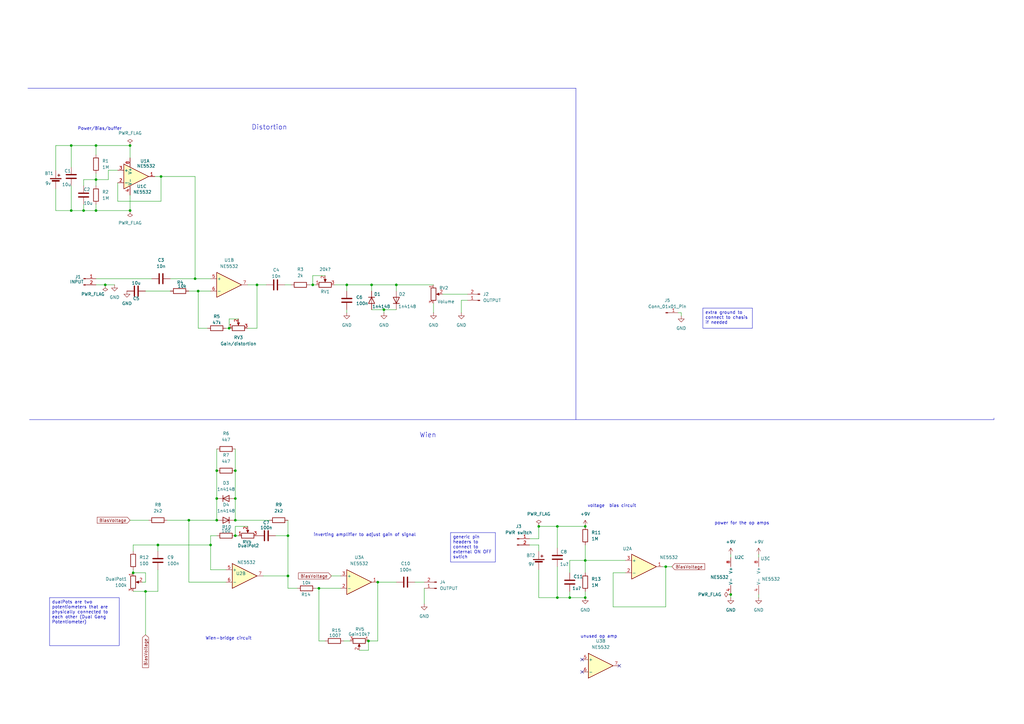
<source format=kicad_sch>
(kicad_sch (version 20231120) (generator "eeschema") (generator_version "8.0")
  (paper "A3")
  (lib_symbols
    (symbol "Amplifier_Operational:NE5532" (pin_names (offset 0.127))
      (property "Reference" "U" (at 0 5.08 0))
      (property "Value" "NE5532" (at 0 -5.08 0))
      (symbol "NE5532_1_1"
        (polyline (pts (xy -5.08 5.08) (xy 5.08 0) (xy -5.08 -5.08) (xy -5.08 5.08)) (stroke (width 0.254)) (fill (type background)))
        (pin output line (at 7.62 0 180) (length 2.54) (name "~") (number "1"))
        (pin input line (at -7.62 -2.54 0) (length 2.54) (name "-") (number "2"))
        (pin input line (at -7.62 2.54 0) (length 2.54) (name "+") (number "3"))
      )
      (symbol "NE5532_2_1"
        (polyline (pts (xy -5.08 5.08) (xy 5.08 0) (xy -5.08 -5.08) (xy -5.08 5.08)) (stroke (width 0.254)) (fill (type background)))
        (pin input line (at -7.62 2.54 0) (length 2.54) (name "+") (number "5"))
        (pin input line (at -7.62 -2.54 0) (length 2.54) (name "-") (number "6"))
        (pin output line (at 7.62 0 180) (length 2.54) (name "~") (number "7"))
      )
      (symbol "NE5532_3_1"
        (pin power_in line (at -2.54 -7.62 90) (length 3.81) (name "V-") (number "4"))
        (pin power_in line (at -2.54 7.62 270) (length 3.81) (name "V+") (number "8"))
      )
    )
    (symbol "Connector:Conn_01x01_Pin" (pin_names (offset 1.016) hide)
      (property "Reference" "J" (at 0 2.54 0))
      (property "Value" "Conn_01x01_Pin" (at 0 -2.54 0))
      (symbol "Conn_01x01_Pin_1_1"
        (polyline (pts (xy 1.27 0) (xy 0.8636 0)) (stroke (width 0.1524)))
        (rectangle (start 0.8636 0.127) (end 0 -0.127) (stroke (width 0.1524)) (fill (type outline)))
        (pin passive line (at 5.08 0 180) (length 3.81) (name "Pin_1") (number "1"))
      )
    )
    (symbol "Connector:Conn_01x02_Pin" (pin_names (offset 1.016) hide)
      (property "Reference" "J" (at 0 2.54 0))
      (property "Value" "Conn_01x02_Pin" (at 0 -5.08 0))
      (symbol "Conn_01x02_Pin_1_1"
        (polyline (pts (xy 1.27 -2.54) (xy 0.8636 -2.54)) (stroke (width 0.1524)))
        (polyline (pts (xy 1.27 0) (xy 0.8636 0)) (stroke (width 0.1524)))
        (rectangle (start 0.8636 -2.413) (end 0 -2.667) (stroke (width 0.1524)) (fill (type outline)))
        (rectangle (start 0.8636 0.127) (end 0 -0.127) (stroke (width 0.1524)) (fill (type outline)))
        (pin passive line (at 5.08 0 180) (length 3.81) (name "Pin_1") (number "1"))
        (pin passive line (at 5.08 -2.54 180) (length 3.81) (name "Pin_2") (number "2"))
      )
    )
    (symbol "Device:Battery_Cell" (pin_numbers hide) (pin_names (offset 0) hide)
      (property "Reference" "BT" (at 2.54 2.54 0))
      (property "Value" "Battery_Cell" (at 2.54 0 0))
      (symbol "Battery_Cell_0_1"
        (rectangle (start -2.286 1.778) (end 2.286 1.524) (fill (type outline)))
        (rectangle (start -1.524 1.016) (end 1.524 0.508) (fill (type outline)))
        (polyline (pts (xy 0 0.762) (xy 0 0)))
        (polyline (pts (xy 0 1.778) (xy 0 2.54)))
        (polyline (pts (xy 0.762 3.048) (xy 1.778 3.048)) (stroke (width 0.254)))
        (polyline (pts (xy 1.27 3.556) (xy 1.27 2.54)) (stroke (width 0.254)))
      )
      (symbol "Battery_Cell_1_1"
        (pin passive line (at 0 5.08 270) (length 2.54) (name "+") (number "1"))
        (pin passive line (at 0 -2.54 90) (length 2.54) (name "-") (number "2"))
      )
    )
    (symbol "Device:C" (pin_numbers hide) (pin_names (offset 0.254))
      (property "Reference" "C" (at 0.635 2.54 0))
      (property "Value" "C" (at 0.635 -2.54 0))
      (symbol "C_0_1"
        (polyline (pts (xy -2.032 -0.762) (xy 2.032 -0.762)) (stroke (width 0.508)))
        (polyline (pts (xy -2.032 0.762) (xy 2.032 0.762)) (stroke (width 0.508)))
      )
      (symbol "C_1_1"
        (pin passive line (at 0 3.81 270) (length 2.794) (name "~") (number "1"))
        (pin passive line (at 0 -3.81 90) (length 2.794) (name "~") (number "2"))
      )
    )
    (symbol "Device:D" (pin_numbers hide) (pin_names (offset 1.016) hide)
      (property "Reference" "D" (at 0 2.54 0))
      (property "Value" "D" (at 0 -2.54 0))
      (symbol "D_0_1"
        (polyline (pts (xy -1.27 1.27) (xy -1.27 -1.27)) (stroke (width 0.254)))
        (polyline (pts (xy 1.27 0) (xy -1.27 0)))
        (polyline (pts (xy 1.27 1.27) (xy 1.27 -1.27) (xy -1.27 0) (xy 1.27 1.27)) (stroke (width 0.254)))
      )
      (symbol "D_1_1"
        (pin passive line (at -3.81 0 0) (length 2.54) (name "K") (number "1"))
        (pin passive line (at 3.81 0 180) (length 2.54) (name "A") (number "2"))
      )
    )
    (symbol "Device:R" (pin_numbers hide) (pin_names (offset 0))
      (property "Reference" "R" (at 2.032 0 90))
      (property "Value" "R" (at 0 0 90))
      (symbol "R_0_1"
        (rectangle (start -1.016 -2.54) (end 1.016 2.54) (stroke (width 0.254)))
      )
      (symbol "R_1_1"
        (pin passive line (at 0 3.81 270) (length 1.27) (name "~") (number "1"))
        (pin passive line (at 0 -3.81 90) (length 1.27) (name "~") (number "2"))
      )
    )
    (symbol "Device:R_Potentiometer" (pin_names (offset 1.016) hide)
      (property "Reference" "RV" (at -4.445 0 90))
      (property "Value" "R_Potentiometer" (at -2.54 0 90))
      (symbol "R_Potentiometer_0_1"
        (polyline (pts (xy 2.54 0) (xy 1.524 0)))
        (polyline (pts (xy 1.143 0) (xy 2.286 0.508) (xy 2.286 -0.508) (xy 1.143 0)) (fill (type outline)))
        (rectangle (start 1.016 2.54) (end -1.016 -2.54) (stroke (width 0.254)))
      )
      (symbol "R_Potentiometer_1_1"
        (pin passive line (at 0 3.81 270) (length 1.27) (name "1") (number "1"))
        (pin passive line (at 3.81 0 180) (length 1.27) (name "2") (number "2"))
        (pin passive line (at 0 -3.81 90) (length 1.27) (name "3") (number "3"))
      )
    )
    (symbol "power:+9V" (power) (pin_numbers hide) (pin_names (offset 0) hide)
      (property "Value" "+9V" (at 0 3.556 0))
      (symbol "+9V_0_1"
        (polyline (pts (xy -0.762 1.27) (xy 0 2.54)))
        (polyline (pts (xy 0 0) (xy 0 2.54)))
        (polyline (pts (xy 0 2.54) (xy 0.762 1.27)))
      )
      (symbol "+9V_1_1"
        (pin power_in line (at 0 0 90) (length 0) (name "~") (number "1"))
      )
    )
    (symbol "power:GND" (power) (pin_numbers hide) (pin_names (offset 0) hide)
      (property "Value" "GND" (at 0 -3.81 0))
      (symbol "GND_0_1"
        (polyline (pts (xy 0 0) (xy 0 -1.27) (xy 1.27 -1.27) (xy 0 -2.54) (xy -1.27 -1.27) (xy 0 -1.27)))
      )
      (symbol "GND_1_1"
        (pin power_in line (at 0 0 270) (length 0) (name "~") (number "1"))
      )
    )
    (symbol "power:PWR_FLAG" (power) (pin_numbers hide) (pin_names (offset 0) hide)
      (property "Value" "PWR_FLAG" (at 0 3.81 0))
      (symbol "PWR_FLAG_0_0"
        (pin power_out line (at 0 0 90) (length 0) (name "~") (number "1"))
      )
      (symbol "PWR_FLAG_0_1"
        (polyline (pts (xy 0 0) (xy 0 1.27) (xy -1.016 1.905) (xy 0 2.54) (xy 1.016 1.905) (xy 0 1.27)))
      )
    )
  )
  (junction (at 96.52 213.36))
  (junction (at 118.11 236.22))
  (junction (at 86.36 223.52))
  (junction (at 43.18 116.84))
  (junction (at 299.72 243.84))
  (junction (at 162.56 116.84))
  (junction (at 128.27 116.84))
  (junction (at 233.68 245.11))
  (junction (at 53.34 59.69))
  (junction (at 118.11 219.71))
  (junction (at 130.81 241.3))
  (junction (at 39.37 86.36))
  (junction (at 96.52 204.47))
  (junction (at 34.29 86.36))
  (junction (at 39.37 59.69))
  (junction (at 53.34 86.36))
  (junction (at 88.9 204.47))
  (junction (at 64.77 223.52))
  (junction (at 88.9 213.36))
  (junction (at 29.21 86.36))
  (junction (at 228.6 215.9))
  (junction (at 29.21 59.69))
  (junction (at 228.6 245.11))
  (junction (at 93.98 134.62))
  (junction (at 66.04 72.39))
  (junction (at 152.4 116.84))
  (junction (at 88.9 193.04))
  (junction (at 157.48 127))
  (junction (at 240.03 215.9))
  (junction (at 151.13 262.89))
  (junction (at 96.52 219.71))
  (junction (at 59.69 242.57))
  (junction (at 39.37 73.66))
  (junction (at 54.61 234.95))
  (junction (at 77.47 213.36))
  (junction (at 273.05 232.41))
  (junction (at 240.03 229.87))
  (junction (at 105.41 116.84))
  (junction (at 142.24 116.84))
  (junction (at 96.52 193.04))
  (junction (at 220.98 215.9))
  (junction (at 81.28 119.38))
  (junction (at 154.94 238.76))
  (junction (at 240.03 245.11))
  (junction (at 80.01 114.3))
  (no_connect (at 254 273.05))
  (no_connect (at 238.76 275.59))
  (no_connect (at 238.76 270.51))
  (wire (pts (xy 189.23 128.27) (xy 189.23 123.19)))
  (wire (pts (xy 34.29 86.36) (xy 34.29 83.82)))
  (wire (pts (xy 105.41 116.84) (xy 101.6 116.84)))
  (wire (pts (xy 233.68 242.57) (xy 233.68 245.11)))
  (wire (pts (xy 88.9 193.04) (xy 88.9 204.47)))
  (wire (pts (xy 105.41 116.84) (xy 109.22 116.84)))
  (wire (pts (xy 39.37 59.69) (xy 53.34 59.69)))
  (wire (pts (xy 96.52 184.15) (xy 96.52 193.04)))
  (wire (pts (xy 68.58 213.36) (xy 77.47 213.36)))
  (wire (pts (xy 97.79 130.81) (xy 93.98 130.81)))
  (wire (pts (xy 173.99 247.65) (xy 173.99 241.3)))
  (wire (pts (xy 64.77 242.57) (xy 64.77 233.68)))
  (wire (pts (xy 39.37 86.36) (xy 39.37 83.82)))
  (wire (pts (xy 39.37 71.12) (xy 39.37 73.66)))
  (wire (pts (xy 251.46 248.92) (xy 273.05 248.92)))
  (wire (pts (xy 299.72 227.33) (xy 299.72 228.6)))
  (wire (pts (xy 88.9 184.15) (xy 88.9 193.04)))
  (wire (pts (xy 86.36 219.71) (xy 88.9 219.71)))
  (wire (pts (xy 128.27 116.84) (xy 129.54 116.84)))
  (wire (pts (xy 96.52 204.47) (xy 96.52 213.36)))
  (polyline (pts (xy 11.43 36.195) (xy 236.22 36.195)))
  (wire (pts (xy 54.61 233.68) (xy 54.61 234.95)))
  (wire (pts (xy 151.13 266.7) (xy 151.13 262.89)))
  (wire (pts (xy 127 116.84) (xy 128.27 116.84)))
  (wire (pts (xy 64.77 223.52) (xy 64.77 226.06)))
  (wire (pts (xy 233.68 229.87) (xy 240.03 229.87)))
  (wire (pts (xy 128.27 113.03) (xy 128.27 116.84)))
  (wire (pts (xy 152.4 116.84) (xy 162.56 116.84)))
  (wire (pts (xy 85.09 134.62) (xy 81.28 134.62)))
  (wire (pts (xy 53.34 59.69) (xy 53.34 64.77)))
  (wire (pts (xy 279.4 128.27) (xy 278.13 128.27)))
  (wire (pts (xy 151.13 262.89) (xy 154.94 262.89)))
  (wire (pts (xy 273.05 232.41) (xy 273.05 248.92)))
  (wire (pts (xy 101.6 215.9) (xy 96.52 215.9)))
  (wire (pts (xy 189.23 123.19) (xy 191.77 123.19)))
  (wire (pts (xy 96.52 215.9) (xy 96.52 219.71)))
  (wire (pts (xy 118.11 219.71) (xy 118.11 236.22)))
  (wire (pts (xy 22.86 86.36) (xy 29.21 86.36)))
  (polyline (pts (xy 12.065 172.085) (xy 407.67 172.085)))
  (wire (pts (xy 105.41 134.62) (xy 105.41 116.84)))
  (wire (pts (xy 181.61 120.65) (xy 191.77 120.65)))
  (wire (pts (xy 311.15 243.84) (xy 311.15 245.11)))
  (wire (pts (xy 129.54 241.3) (xy 130.81 241.3)))
  (wire (pts (xy 240.03 242.57) (xy 240.03 245.11)))
  (wire (pts (xy 311.15 227.33) (xy 311.15 228.6)))
  (wire (pts (xy 39.37 116.84) (xy 43.18 116.84)))
  (wire (pts (xy 58.42 238.76) (xy 59.69 238.76)))
  (wire (pts (xy 113.03 219.71) (xy 118.11 219.71)))
  (wire (pts (xy 29.21 59.69) (xy 39.37 59.69)))
  (wire (pts (xy 233.68 245.11) (xy 240.03 245.11)))
  (wire (pts (xy 135.89 236.22) (xy 139.7 236.22)))
  (wire (pts (xy 170.18 238.76) (xy 173.99 238.76)))
  (wire (pts (xy 39.37 86.36) (xy 53.34 86.36)))
  (wire (pts (xy 80.01 114.3) (xy 86.36 114.3)))
  (wire (pts (xy 177.8 124.46) (xy 177.8 128.27)))
  (wire (pts (xy 22.86 77.47) (xy 22.86 86.36)))
  (polyline (pts (xy 236.22 36.195) (xy 236.22 172.085)))
  (wire (pts (xy 29.21 59.69) (xy 22.86 59.69)))
  (wire (pts (xy 137.16 116.84) (xy 142.24 116.84)))
  (wire (pts (xy 133.35 113.03) (xy 128.27 113.03)))
  (wire (pts (xy 66.04 82.55) (xy 66.04 72.39)))
  (wire (pts (xy 130.81 241.3) (xy 130.81 262.89)))
  (wire (pts (xy 142.24 116.84) (xy 152.4 116.84)))
  (wire (pts (xy 116.84 116.84) (xy 119.38 116.84)))
  (wire (pts (xy 29.21 86.36) (xy 34.29 86.36)))
  (wire (pts (xy 22.86 59.69) (xy 22.86 69.85)))
  (wire (pts (xy 96.52 193.04) (xy 96.52 204.47)))
  (wire (pts (xy 162.56 116.84) (xy 177.8 116.84)))
  (wire (pts (xy 86.36 219.71) (xy 86.36 223.52)))
  (wire (pts (xy 154.94 238.76) (xy 154.94 262.89)))
  (wire (pts (xy 240.03 229.87) (xy 240.03 234.95)))
  (wire (pts (xy 39.37 73.66) (xy 44.45 73.66)))
  (wire (pts (xy 48.26 74.93) (xy 48.26 82.55)))
  (wire (pts (xy 59.69 238.76) (xy 59.69 234.95)))
  (wire (pts (xy 54.61 242.57) (xy 59.69 242.57)))
  (wire (pts (xy 34.29 86.36) (xy 39.37 86.36)))
  (wire (pts (xy 220.98 220.98) (xy 220.98 215.9)))
  (wire (pts (xy 93.98 130.81) (xy 93.98 134.62)))
  (wire (pts (xy 88.9 204.47) (xy 88.9 213.36)))
  (wire (pts (xy 81.28 119.38) (xy 86.36 119.38)))
  (wire (pts (xy 62.23 114.3) (xy 39.37 114.3)))
  (wire (pts (xy 77.47 213.36) (xy 77.47 238.76)))
  (wire (pts (xy 118.11 213.36) (xy 118.11 219.71)))
  (wire (pts (xy 29.21 76.2) (xy 29.21 86.36)))
  (wire (pts (xy 66.04 72.39) (xy 63.5 72.39)))
  (wire (pts (xy 59.69 242.57) (xy 64.77 242.57)))
  (wire (pts (xy 157.48 127) (xy 162.56 127)))
  (wire (pts (xy 299.72 243.84) (xy 299.72 245.11)))
  (wire (pts (xy 130.81 241.3) (xy 139.7 241.3)))
  (wire (pts (xy 273.05 232.41) (xy 275.59 232.41)))
  (wire (pts (xy 44.45 69.85) (xy 48.26 69.85)))
  (wire (pts (xy 96.52 219.71) (xy 97.79 219.71)))
  (wire (pts (xy 92.71 134.62) (xy 93.98 134.62)))
  (wire (pts (xy 142.24 116.84) (xy 142.24 119.38)))
  (wire (pts (xy 228.6 215.9) (xy 228.6 224.79)))
  (wire (pts (xy 39.37 63.5) (xy 39.37 59.69)))
  (wire (pts (xy 154.94 238.76) (xy 162.56 238.76)))
  (wire (pts (xy 80.01 72.39) (xy 80.01 114.3)))
  (wire (pts (xy 271.78 232.41) (xy 273.05 232.41)))
  (wire (pts (xy 162.56 119.38) (xy 162.56 116.84)))
  (wire (pts (xy 48.26 82.55) (xy 66.04 82.55)))
  (wire (pts (xy 77.47 119.38) (xy 81.28 119.38)))
  (wire (pts (xy 54.61 223.52) (xy 54.61 226.06)))
  (wire (pts (xy 66.04 72.39) (xy 80.01 72.39)))
  (wire (pts (xy 228.6 245.11) (xy 233.68 245.11)))
  (wire (pts (xy 53.34 213.36) (xy 60.96 213.36)))
  (wire (pts (xy 59.69 119.38) (xy 69.85 119.38)))
  (wire (pts (xy 240.03 223.52) (xy 240.03 229.87)))
  (wire (pts (xy 130.81 262.89) (xy 133.35 262.89)))
  (wire (pts (xy 240.03 229.87) (xy 256.54 229.87)))
  (wire (pts (xy 54.61 234.95) (xy 59.69 234.95)))
  (wire (pts (xy 142.24 127) (xy 142.24 128.27)))
  (wire (pts (xy 101.6 134.62) (xy 105.41 134.62)))
  (wire (pts (xy 217.17 220.98) (xy 220.98 220.98)))
  (wire (pts (xy 44.45 73.66) (xy 44.45 69.85)))
  (wire (pts (xy 69.85 114.3) (xy 80.01 114.3)))
  (wire (pts (xy 34.29 73.66) (xy 39.37 73.66)))
  (wire (pts (xy 228.6 215.9) (xy 240.03 215.9)))
  (wire (pts (xy 157.48 127) (xy 157.48 128.27)))
  (wire (pts (xy 147.32 266.7) (xy 151.13 266.7)))
  (wire (pts (xy 77.47 213.36) (xy 88.9 213.36)))
  (wire (pts (xy 118.11 236.22) (xy 118.11 241.3)))
  (wire (pts (xy 220.98 233.68) (xy 220.98 245.11)))
  (wire (pts (xy 251.46 234.95) (xy 251.46 248.92)))
  (wire (pts (xy 34.29 73.66) (xy 34.29 76.2)))
  (wire (pts (xy 220.98 215.9) (xy 228.6 215.9)))
  (wire (pts (xy 118.11 241.3) (xy 121.92 241.3)))
  (wire (pts (xy 140.97 262.89) (xy 143.51 262.89)))
  (polyline (pts (xy 407.67 171.45) (xy 407.67 172.085)))
  (wire (pts (xy 81.28 134.62) (xy 81.28 119.38)))
  (wire (pts (xy 152.4 119.38) (xy 152.4 116.84)))
  (wire (pts (xy 279.4 129.54) (xy 279.4 128.27)))
  (wire (pts (xy 220.98 245.11) (xy 228.6 245.11)))
  (wire (pts (xy 92.71 233.68) (xy 86.36 233.68)))
  (wire (pts (xy 29.21 59.69) (xy 29.21 68.58)))
  (wire (pts (xy 59.69 242.57) (xy 59.69 260.35)))
  (wire (pts (xy 86.36 233.68) (xy 86.36 223.52)))
  (wire (pts (xy 220.98 223.52) (xy 220.98 226.06)))
  (wire (pts (xy 157.48 127) (xy 152.4 127)))
  (wire (pts (xy 233.68 234.95) (xy 233.68 229.87)))
  (wire (pts (xy 86.36 223.52) (xy 64.77 223.52)))
  (wire (pts (xy 228.6 232.41) (xy 228.6 245.11)))
  (wire (pts (xy 46.99 116.84) (xy 43.18 116.84)))
  (wire (pts (xy 96.52 213.36) (xy 110.49 213.36)))
  (wire (pts (xy 64.77 223.52) (xy 54.61 223.52)))
  (wire (pts (xy 77.47 238.76) (xy 92.71 238.76)))
  (wire (pts (xy 217.17 223.52) (xy 220.98 223.52)))
  (wire (pts (xy 251.46 234.95) (xy 256.54 234.95)))
  (wire (pts (xy 107.95 236.22) (xy 118.11 236.22)))
  (wire (pts (xy 39.37 73.66) (xy 39.37 76.2)))
  (wire (pts (xy 53.34 86.36) (xy 53.34 80.01)))
  (text_box "extra ground to connect to chasis if needed" (at 288.29 126.365 0) (size 20.32 8.255) (effects (font (size 1.27 1.27)) (justify left top)))
  (text_box "dualPots are two potentiometers that are physically connected to each other (Dual Gang Potentiometer)\n" (at 20.32 245.11 0) (size 28.575 19.685) (effects (font (size 1.27 1.27)) (justify left top)))
  (text_box "generic pin headers to connect to external ON OFF swtich" (at 184.785 218.44 0) (size 18.415 12.065) (effects (font (size 1.27 1.27)) (justify left top)))
  (text "unused op amp" (at 245.618 261.112 0) (effects (font (size 1.27 1.27))))
  (text "power for the op amps" (at 304.292 214.63 0) (effects (font (size 1.27 1.27))))
  (text "Distortion" (at 110.49 52.324 0) (effects (font (size 2 2))))
  (text "Wien-bridge circuit" (at 93.726 261.874 0) (effects (font (size 1.27 1.27))))
  (text "Power/Bias/buffer" (at 40.894 52.832 0) (effects (font (size 1.27 1.27))))
  (text "voltage  bias circuit \n" (at 251.46 207.518 0) (effects (font (size 1.27 1.27))))
  (text "inverting amplifier to adjust gain of signal\n" (at 149.606 219.456 0) (effects (font (size 1.27 1.27))))
  (text "Wien" (at 175.514 178.562 0) (effects (font (size 2 2))))
  (global_label "BiasVoltage" (shape input) (at 135.89 236.22 180) (property "Intersheetrefs" "${INTERSHEET_REFS}" (effects (hide yes))))
  (global_label "BiasVoltage" (shape input) (at 275.59 232.41 0) (property "Intersheetrefs" "${INTERSHEET_REFS}" (effects (hide yes))))
  (global_label "BiasVoltage" (shape input) (at 59.69 260.35 270) (property "Intersheetrefs" "${INTERSHEET_REFS}" (effects (hide yes))))
  (global_label "BiasVoltage" (shape input) (at 53.34 213.36 180) (property "Intersheetrefs" "${INTERSHEET_REFS}" (effects (hide yes))))
  (symbol (lib_id "Device:D") (at 92.71 213.36 180) (unit 1)
    (property "Reference" "D4" (at 92.71 207.01 0))
    (property "Value" "1n4148" (at 92.71 209.55 0))
    (property "Footprint" "Diode_SMD:D_0603_1608Metric_Pad1.05x0.95mm_HandSolder" (effects (hide yes)))
    (property "Description" "Diode" (effects (hide yes)))
    (property "Sim.Device" "D" (effects (hide yes)))
    (property "Sim.Pins" "1=K 2=A" (effects (hide yes)))
  )
  (symbol (lib_id "Device:R") (at 125.73 241.3 90) (unit 1)
    (property "Reference" "R14" (at 125.476 243.84 90))
    (property "Value" "10k" (at 125.73 239.014 90))
    (property "Footprint" "Resistor_SMD:R_0603_1608Metric_Pad0.98x0.95mm_HandSolder" (effects (hide yes)))
    (property "Description" "Resistor" (effects (hide yes)))
  )
  (symbol (lib_id "power:GND") (at 157.48 128.27 0) (unit 1)
    (property "Reference" "#PWR04" (effects (hide yes)))
    (property "Value" "GND" (at 157.48 133.35 0))
    (property "Description" "Power symbol creates a global label with name \"GND\" , ground" (effects (hide yes)))
  )
  (symbol (lib_id "Connector:Conn_01x02_Pin") (at 212.09 220.98 0) (unit 1)
    (property "Reference" "J3" (at 212.725 215.9 0))
    (property "Value" "PWR switch" (at 212.725 218.44 0))
    (property "Footprint" "Connector_PinHeader_2.54mm:PinHeader_1x02_P2.54mm_Vertical" (effects (hide yes)))
    (property "Description" "Generic connector, single row, 01x02, script generated" (effects (hide yes)))
  )
  (symbol (lib_id "Device:R") (at 137.16 262.89 90) (unit 1)
    (property "Reference" "R15" (at 137.922 258.572 90))
    (property "Value" "100?" (at 137.414 260.604 90))
    (property "Footprint" "Resistor_SMD:R_0603_1608Metric_Pad0.98x0.95mm_HandSolder" (effects (hide yes)))
    (property "Description" "Resistor" (effects (hide yes)))
  )
  (symbol (lib_id "Device:R") (at 54.61 229.87 180) (unit 1)
    (property "Reference" "R12" (at 57.15 228.5999 0) (effects (justify right)))
    (property "Value" "100" (at 57.15 231.1399 0) (effects (justify right)))
    (property "Footprint" "Resistor_SMD:R_0603_1608Metric_Pad0.98x0.95mm_HandSolder" (effects (hide yes)))
    (property "Description" "Resistor" (effects (hide yes)))
  )
  (symbol (lib_id "power:PWR_FLAG") (at 299.72 243.84 90) (unit 1)
    (property "Reference" "#FLG05" (effects (hide yes)))
    (property "Value" "PWR_FLAG" (at 295.91 243.8399 90) (effects (justify left)))
    (property "Description" "Special symbol for telling ERC where power comes from" (effects (hide yes)))
  )
  (symbol (lib_id "Device:C") (at 66.04 114.3 90) (unit 1)
    (property "Reference" "C3" (at 66.04 106.68 90))
    (property "Value" "10n" (at 66.04 109.22 90))
    (property "Footprint" "Capacitor_SMD:C_0603_1608Metric_Pad1.08x0.95mm_HandSolder" (effects (hide yes)))
    (property "Description" "Unpolarized capacitor" (effects (hide yes)))
  )
  (symbol (lib_id "Device:Battery_Cell") (at 220.98 231.14 0) (unit 1)
    (property "Reference" "BT2" (at 215.9 227.838 0) (effects (justify left)))
    (property "Value" "9V" (at 216.662 231.394 0) (effects (justify left)))
    (property "Footprint" "Connector_PinHeader_2.54mm:PinHeader_1x02_P2.54mm_Vertical" (effects (hide yes)))
    (property "Description" "Single-cell battery" (effects (hide yes)))
  )
  (symbol (lib_id "Device:Battery_Cell") (at 22.86 74.93 0) (unit 1)
    (property "Reference" "BT1" (at 18.288 71.12 0) (effects (justify left)))
    (property "Value" "9v" (at 18.542 75.184 0) (effects (justify left)))
    (property "Footprint" "Connector_PinHeader_2.54mm:PinHeader_1x02_P2.54mm_Vertical" (effects (hide yes)))
    (property "Description" "Single-cell battery" (effects (hide yes)))
  )
  (symbol (lib_id "Device:C") (at 166.37 238.76 90) (unit 1)
    (property "Reference" "C10" (at 166.37 231.14 90))
    (property "Value" "100n" (at 166.37 233.68 90))
    (property "Footprint" "Capacitor_SMD:C_0603_1608Metric_Pad1.08x0.95mm_HandSolder" (effects (hide yes)))
    (property "Description" "Unpolarized capacitor" (effects (hide yes)))
  )
  (symbol (lib_id "Device:R_Potentiometer") (at 54.61 238.76 0) (unit 1)
    (property "Reference" "DualPot1" (at 52.07 237.4899 0) (effects (justify right)))
    (property "Value" "100k" (at 52.07 240.0299 0) (effects (justify right)))
    (property "Footprint" "Connector_PinHeader_2.54mm:PinHeader_1x03_P2.54mm_Vertical" (effects (hide yes)))
    (property "Description" "Potentiometer" (effects (hide yes)))
  )
  (symbol (lib_id "Amplifier_Operational:NE5532") (at 55.88 72.39 0) (unit 3)
    (property "Reference" "U1" (at 56.134 76.454 0) (effects (justify left)))
    (property "Value" "NE5532" (at 54.61 78.74 0) (effects (justify left)))
    (property "Footprint" "Package_DIP:DIP-8_W7.62mm_LongPads" (effects (hide yes)))
    (property "Datasheet" "http://www.ti.com/lit/ds/symlink/ne5532.pdf" (effects (hide yes)))
    (property "Description" "Dual Low-Noise Operational Amplifiers, DIP-8/SOIC-8" (effects (hide yes)))
  )
  (symbol (lib_id "Device:R_Potentiometer") (at 177.8 120.65 0) (unit 1)
    (property "Reference" "RV2" (at 183.896 118.11 0) (effects (justify right)))
    (property "Value" "Volume" (at 186.436 123.698 0) (effects (justify right)))
    (property "Footprint" "Connector_PinHeader_2.54mm:PinHeader_1x03_P2.54mm_Vertical" (effects (hide yes)))
    (property "Description" "Potentiometer" (effects (hide yes)))
  )
  (symbol (lib_id "Device:R_Potentiometer") (at 101.6 219.71 90) (unit 1)
    (property "Reference" "RV4" (at 101.346 222.25 90))
    (property "Value" "DualPot2" (at 101.854 223.774 90))
    (property "Footprint" "Connector_PinHeader_2.54mm:PinHeader_1x03_P2.54mm_Vertical" (effects (hide yes)))
    (property "Description" "Potentiometer" (effects (hide yes)))
  )
  (symbol (lib_id "Device:R") (at 240.03 238.76 0) (unit 1)
    (property "Reference" "R13" (at 242.57 237.4899 0) (effects (justify left)))
    (property "Value" "1M" (at 242.57 240.0299 0) (effects (justify left)))
    (property "Footprint" "Resistor_SMD:R_0603_1608Metric_Pad0.98x0.95mm_HandSolder" (effects (hide yes)))
    (property "Description" "Resistor" (effects (hide yes)))
  )
  (symbol (lib_id "Device:D") (at 152.4 123.19 270) (unit 1)
    (property "Reference" "D1" (at 153.416 120.65 90) (effects (justify left)))
    (property "Value" "1n4148" (at 152.654 125.73 90) (effects (justify left)))
    (property "Footprint" "Diode_SMD:D_0603_1608Metric_Pad1.05x0.95mm_HandSolder" (effects (hide yes)))
    (property "Description" "Diode" (effects (hide yes)))
    (property "Sim.Device" "D" (effects (hide yes)))
    (property "Sim.Pins" "1=K 2=A" (effects (hide yes)))
  )
  (symbol (lib_id "Device:R") (at 123.19 116.84 90) (unit 1)
    (property "Reference" "R3" (at 123.19 110.49 90))
    (property "Value" "2k" (at 123.19 113.03 90))
    (property "Footprint" "Resistor_SMD:R_0603_1608Metric_Pad0.98x0.95mm_HandSolder" (effects (hide yes)))
    (property "Description" "Resistor" (effects (hide yes)))
  )
  (symbol (lib_id "power:GND") (at 177.8 128.27 0) (unit 1)
    (property "Reference" "#PWR05" (effects (hide yes)))
    (property "Value" "GND" (at 177.8 133.35 0))
    (property "Description" "Power symbol creates a global label with name \"GND\" , ground" (effects (hide yes)))
  )
  (symbol (lib_id "Connector:Conn_01x02_Pin") (at 34.29 114.3 0) (unit 1)
    (property "Reference" "J1" (at 32.004 113.538 0))
    (property "Value" "INPUT" (at 31.496 115.57 0))
    (property "Footprint" "Connector_PinHeader_2.54mm:PinHeader_1x02_P2.54mm_Vertical" (effects (hide yes)))
    (property "Description" "Generic connector, single row, 01x02, script generated" (effects (hide yes)))
  )
  (symbol (lib_id "Amplifier_Operational:NE5532") (at 100.33 236.22 0) (unit 2)
    (property "Reference" "U2" (at 98.806 235.204 0))
    (property "Value" "NE5532" (at 101.092 230.632 0))
    (property "Footprint" "Package_DIP:DIP-8_W7.62mm" (effects (hide yes)))
    (property "Datasheet" "http://www.ti.com/lit/ds/symlink/ne5532.pdf" (effects (hide yes)))
    (property "Description" "Dual Low-Noise Operational Amplifiers, DIP-8/SOIC-8" (effects (hide yes)))
  )
  (symbol (lib_id "power:+9V") (at 311.15 227.33 0) (unit 1)
    (property "Reference" "#PWR09" (effects (hide yes)))
    (property "Value" "+9V" (at 311.15 222.25 0))
    (property "Description" "Power symbol creates a global label with name \"+9V\"" (effects (hide yes)))
  )
  (symbol (lib_id "Device:R_Potentiometer") (at 147.32 262.89 270) (unit 1)
    (property "Reference" "RV5" (at 147.574 258.064 90))
    (property "Value" "Gain10k?" (at 147.32 260.096 90))
    (property "Footprint" "Connector_PinHeader_2.54mm:PinHeader_1x03_P2.54mm_Vertical" (effects (hide yes)))
    (property "Description" "Potentiometer" (effects (hide yes)))
  )
  (symbol (lib_id "power:GND") (at 279.4 129.54 0) (unit 1)
    (property "Reference" "#PWR014" (effects (hide yes)))
    (property "Value" "GND" (at 279.4 134.62 0))
    (property "Description" "Power symbol creates a global label with name \"GND\" , ground" (effects (hide yes)))
  )
  (symbol (lib_id "Amplifier_Operational:NE5532") (at 93.98 116.84 0) (unit 2)
    (property "Reference" "U1" (at 93.98 106.68 0))
    (property "Value" "NE5532" (at 93.98 109.22 0))
    (property "Footprint" "Package_DIP:DIP-8_W7.62mm_LongPads" (effects (hide yes)))
    (property "Datasheet" "http://www.ti.com/lit/ds/symlink/ne5532.pdf" (effects (hide yes)))
    (property "Description" "Dual Low-Noise Operational Amplifiers, DIP-8/SOIC-8" (effects (hide yes)))
  )
  (symbol (lib_id "Device:C") (at 228.6 228.6 0) (unit 1)
    (property "Reference" "C8" (at 229.87 226.314 0) (effects (justify left)))
    (property "Value" "1u?" (at 229.616 231.394 0) (effects (justify left)))
    (property "Footprint" "Capacitor_SMD:C_0603_1608Metric_Pad1.08x0.95mm_HandSolder" (effects (hide yes)))
    (property "Description" "Unpolarized capacitor" (effects (hide yes)))
  )
  (symbol (lib_id "Device:C") (at 55.88 119.38 90) (unit 1)
    (property "Reference" "C5" (at 55.88 122.428 90))
    (property "Value" "10u" (at 55.88 116.078 90))
    (property "Footprint" "Capacitor_SMD:C_0603_1608Metric_Pad1.08x0.95mm_HandSolder" (effects (hide yes)))
    (property "Description" "Unpolarized capacitor" (effects (hide yes)))
  )
  (symbol (lib_id "power:GND") (at 189.23 128.27 0) (unit 1)
    (property "Reference" "#PWR06" (effects (hide yes)))
    (property "Value" "GND" (at 189.23 133.35 0))
    (property "Description" "Power symbol creates a global label with name \"GND\" , ground" (effects (hide yes)))
  )
  (symbol (lib_id "Connector:Conn_01x02_Pin") (at 196.85 123.19 180) (unit 1)
    (property "Reference" "J2" (at 198.12 120.6499 0) (effects (justify right)))
    (property "Value" "OUTPUT" (at 198.12 123.1899 0) (effects (justify right)))
    (property "Footprint" "Connector_PinHeader_2.54mm:PinHeader_1x02_P2.54mm_Vertical" (effects (hide yes)))
    (property "Description" "Generic connector, single row, 01x02, script generated" (effects (hide yes)))
  )
  (symbol (lib_id "Amplifier_Operational:NE5532") (at 246.38 273.05 0) (unit 2)
    (property "Reference" "U3" (at 246.38 262.89 0))
    (property "Value" "NE5532" (at 246.38 265.43 0))
    (property "Footprint" "Package_DIP:DIP-8_W7.62mm" (effects (hide yes)))
    (property "Datasheet" "http://www.ti.com/lit/ds/symlink/ne5532.pdf" (effects (hide yes)))
    (property "Description" "Dual Low-Noise Operational Amplifiers, DIP-8/SOIC-8" (effects (hide yes)))
  )
  (symbol (lib_id "power:GND") (at 173.99 247.65 0) (unit 1)
    (property "Reference" "#PWR013" (effects (hide yes)))
    (property "Value" "GND" (at 173.99 252.73 0))
    (property "Description" "Power symbol creates a global label with name \"GND\" , ground" (effects (hide yes)))
  )
  (symbol (lib_id "Device:D") (at 162.56 123.19 90) (unit 1)
    (property "Reference" "D2" (at 163.576 120.65 90) (effects (justify right)))
    (property "Value" "1n4148" (at 163.322 125.73 90) (effects (justify right)))
    (property "Footprint" "Diode_SMD:D_0603_1608Metric_Pad1.05x0.95mm_HandSolder" (effects (hide yes)))
    (property "Description" "Diode" (effects (hide yes)))
    (property "Sim.Device" "D" (effects (hide yes)))
    (property "Sim.Pins" "1=K 2=A" (effects (hide yes)))
  )
  (symbol (lib_id "Device:R") (at 240.03 219.71 0) (unit 1)
    (property "Reference" "R11" (at 242.57 218.4399 0) (effects (justify left)))
    (property "Value" "1M" (at 242.57 220.9799 0) (effects (justify left)))
    (property "Footprint" "Resistor_SMD:R_0603_1608Metric_Pad0.98x0.95mm_HandSolder" (effects (hide yes)))
    (property "Description" "Resistor" (effects (hide yes)))
  )
  (symbol (lib_id "Connector:Conn_01x02_Pin") (at 179.07 241.3 180) (unit 1)
    (property "Reference" "J4" (at 180.34 238.7599 0) (effects (justify right)))
    (property "Value" "OUTPUT" (at 180.34 241.2999 0) (effects (justify right)))
    (property "Footprint" "Connector_PinHeader_2.54mm:PinHeader_1x02_P2.54mm_Vertical" (effects (hide yes)))
    (property "Description" "Generic connector, single row, 01x02, script generated" (effects (hide yes)))
  )
  (symbol (lib_id "power:PWR_FLAG") (at 53.34 86.36 180) (unit 1)
    (property "Reference" "#FLG02" (effects (hide yes)))
    (property "Value" "PWR_FLAG" (at 53.34 91.44 0))
    (property "Description" "Special symbol for telling ERC where power comes from" (effects (hide yes)))
  )
  (symbol (lib_id "power:GND") (at 240.03 245.11 0) (unit 1)
    (property "Reference" "#PWR010" (effects (hide yes)))
    (property "Value" "GND" (at 240.03 250.19 0))
    (property "Description" "Power symbol creates a global label with name \"GND\" , ground" (effects (hide yes)))
  )
  (symbol (lib_id "power:+9V") (at 240.03 215.9 0) (unit 1)
    (property "Reference" "#PWR07" (effects (hide yes)))
    (property "Value" "+9V" (at 240.03 210.82 0))
    (property "Description" "Power symbol creates a global label with name \"+9V\"" (effects (hide yes)))
  )
  (symbol (lib_id "Device:R") (at 88.9 134.62 90) (unit 1)
    (property "Reference" "R5" (at 88.9 129.794 90))
    (property "Value" "47k" (at 88.9 132.334 90))
    (property "Footprint" "Resistor_SMD:R_0603_1608Metric_Pad0.98x0.95mm_HandSolder" (effects (hide yes)))
    (property "Description" "Resistor" (effects (hide yes)))
  )
  (symbol (lib_id "Device:R_Potentiometer") (at 133.35 116.84 90) (unit 1)
    (property "Reference" "RV1" (at 133.35 119.634 90))
    (property "Value" "20k?" (at 133.35 110.49 90))
    (property "Footprint" "Connector_PinHeader_2.54mm:PinHeader_1x03_P2.54mm_Vertical" (effects (hide yes)))
    (property "Description" "Potentiometer" (effects (hide yes)))
  )
  (symbol (lib_id "power:GND") (at 299.72 245.11 0) (unit 1)
    (property "Reference" "#PWR011" (effects (hide yes)))
    (property "Value" "GND" (at 299.72 250.19 0))
    (property "Description" "Power symbol creates a global label with name \"GND\" , ground" (effects (hide yes)))
  )
  (symbol (lib_id "Amplifier_Operational:NE5532") (at 264.16 232.41 0) (unit 1)
    (property "Reference" "U2" (at 257.302 225.044 0))
    (property "Value" "NE5532" (at 274.32 228.6 0))
    (property "Footprint" "Package_DIP:DIP-8_W7.62mm" (effects (hide yes)))
    (property "Datasheet" "http://www.ti.com/lit/ds/symlink/ne5532.pdf" (effects (hide yes)))
    (property "Description" "Dual Low-Noise Operational Amplifiers, DIP-8/SOIC-8" (effects (hide yes)))
  )
  (symbol (lib_id "power:PWR_FLAG") (at 43.18 116.84 180) (unit 1)
    (property "Reference" "#FLG03" (effects (hide yes)))
    (property "Value" "PWR_FLAG" (at 38.1 120.65 0))
    (property "Description" "Special symbol for telling ERC where power comes from" (effects (hide yes)))
  )
  (symbol (lib_id "power:GND") (at 311.15 245.11 0) (unit 1)
    (property "Reference" "#PWR012" (effects (hide yes)))
    (property "Value" "GND" (at 311.15 250.19 0))
    (property "Description" "Power symbol creates a global label with name \"GND\" , ground" (effects (hide yes)))
  )
  (symbol (lib_id "Device:R") (at 64.77 213.36 90) (unit 1)
    (property "Reference" "R8" (at 64.77 207.01 90))
    (property "Value" "2k2" (at 64.77 209.55 90))
    (property "Footprint" "Resistor_SMD:R_0603_1608Metric_Pad0.98x0.95mm_HandSolder" (effects (hide yes)))
    (property "Description" "Resistor" (effects (hide yes)))
  )
  (symbol (lib_id "power:GND") (at 46.99 116.84 0) (unit 1)
    (property "Reference" "#PWR01" (effects (hide yes)))
    (property "Value" "GND" (at 46.99 121.92 0))
    (property "Description" "Power symbol creates a global label with name \"GND\" , ground" (effects (hide yes)))
  )
  (symbol (lib_id "Device:D") (at 92.71 204.47 0) (unit 1)
    (property "Reference" "D3" (at 92.71 198.12 0))
    (property "Value" "1n4148" (at 92.71 200.66 0))
    (property "Footprint" "Diode_SMD:D_0603_1608Metric_Pad1.05x0.95mm_HandSolder" (effects (hide yes)))
    (property "Description" "Diode" (effects (hide yes)))
    (property "Sim.Device" "D" (effects (hide yes)))
    (property "Sim.Pins" "1=K 2=A" (effects (hide yes)))
  )
  (symbol (lib_id "Amplifier_Operational:NE5532") (at 147.32 238.76 0) (unit 1)
    (property "Reference" "U3" (at 147.32 228.6 0))
    (property "Value" "NE5532" (at 147.32 231.14 0))
    (property "Footprint" "Package_DIP:DIP-8_W7.62mm" (effects (hide yes)))
    (property "Datasheet" "http://www.ti.com/lit/ds/symlink/ne5532.pdf" (effects (hide yes)))
    (property "Description" "Dual Low-Noise Operational Amplifiers, DIP-8/SOIC-8" (effects (hide yes)))
  )
  (symbol (lib_id "Device:C") (at 113.03 116.84 90) (unit 1)
    (property "Reference" "C4" (at 113.284 110.744 90))
    (property "Value" "10n" (at 113.284 113.284 90))
    (property "Footprint" "Capacitor_SMD:C_0603_1608Metric_Pad1.08x0.95mm_HandSolder" (effects (hide yes)))
    (property "Description" "Unpolarized capacitor" (effects (hide yes)))
  )
  (symbol (lib_id "Device:C") (at 109.22 219.71 90) (unit 1)
    (property "Reference" "C7" (at 109.22 214.376 90))
    (property "Value" "100n" (at 109.22 216.408 90))
    (property "Footprint" "Capacitor_SMD:C_0603_1608Metric_Pad1.08x0.95mm_HandSolder" (effects (hide yes)))
    (property "Description" "Unpolarized capacitor" (effects (hide yes)))
  )
  (symbol (lib_id "Amplifier_Operational:NE5532") (at 313.69 236.22 0) (unit 3)
    (property "Reference" "U3" (at 311.912 229.108 0) (effects (justify left)))
    (property "Value" "NE5532" (at 312.42 237.4899 0) (effects (justify left)))
    (property "Footprint" "Package_DIP:DIP-8_W7.62mm" (effects (hide yes)))
    (property "Datasheet" "http://www.ti.com/lit/ds/symlink/ne5532.pdf" (effects (hide yes)))
    (property "Description" "Dual Low-Noise Operational Amplifiers, DIP-8/SOIC-8" (effects (hide yes)))
  )
  (symbol (lib_id "power:PWR_FLAG") (at 53.34 59.69 0) (unit 1)
    (property "Reference" "#FLG01" (effects (hide yes)))
    (property "Value" "PWR_FLAG" (at 53.34 54.61 0))
    (property "Description" "Special symbol for telling ERC where power comes from" (effects (hide yes)))
  )
  (symbol (lib_id "Device:C") (at 64.77 229.87 0) (unit 1)
    (property "Reference" "C9" (at 68.58 228.5999 0) (effects (justify left)))
    (property "Value" "100n" (at 68.58 231.1399 0) (effects (justify left)))
    (property "Footprint" "Capacitor_SMD:C_0603_1608Metric_Pad1.08x0.95mm_HandSolder" (effects (hide yes)))
    (property "Description" "Unpolarized capacitor" (effects (hide yes)))
  )
  (symbol (lib_id "Device:R") (at 114.3 213.36 90) (unit 1)
    (property "Reference" "R9" (at 114.3 207.01 90))
    (property "Value" "2k2" (at 114.3 209.55 90))
    (property "Footprint" "Resistor_SMD:R_0603_1608Metric_Pad0.98x0.95mm_HandSolder" (effects (hide yes)))
    (property "Description" "Resistor" (effects (hide yes)))
  )
  (symbol (lib_id "Device:R") (at 39.37 80.01 0) (unit 1)
    (property "Reference" "R2" (at 41.91 78.7399 0) (effects (justify left)))
    (property "Value" "1M" (at 41.91 81.2799 0) (effects (justify left)))
    (property "Footprint" "Resistor_SMD:R_0603_1608Metric_Pad0.98x0.95mm_HandSolder" (effects (hide yes)))
    (property "Description" "Resistor" (effects (hide yes)))
  )
  (symbol (lib_id "Device:R") (at 92.71 193.04 90) (unit 1)
    (property "Reference" "R7" (at 92.71 186.69 90))
    (property "Value" "4k7" (at 92.71 189.23 90))
    (property "Footprint" "Resistor_SMD:R_0603_1608Metric_Pad0.98x0.95mm_HandSolder" (effects (hide yes)))
    (property "Description" "Resistor" (effects (hide yes)))
  )
  (symbol (lib_id "Amplifier_Operational:NE5532") (at 55.88 72.39 0) (unit 1)
    (property "Reference" "U1" (at 59.436 66.04 0))
    (property "Value" "NE5532" (at 59.944 68.072 0))
    (property "Footprint" "Package_DIP:DIP-8_W7.62mm_LongPads" (effects (hide yes)))
    (property "Datasheet" "http://www.ti.com/lit/ds/symlink/ne5532.pdf" (effects (hide yes)))
    (property "Description" "Dual Low-Noise Operational Amplifiers, DIP-8/SOIC-8" (effects (hide yes)))
  )
  (symbol (lib_id "power:GND") (at 142.24 128.27 0) (unit 1)
    (property "Reference" "#PWR03" (effects (hide yes)))
    (property "Value" "GND" (at 142.24 133.35 0))
    (property "Description" "Power symbol creates a global label with name \"GND\" , ground" (effects (hide yes)))
  )
  (symbol (lib_id "power:+9V") (at 299.72 227.33 0) (unit 1)
    (property "Reference" "#PWR08" (effects (hide yes)))
    (property "Value" "+9V" (at 299.72 222.25 0))
    (property "Description" "Power symbol creates a global label with name \"+9V\"" (effects (hide yes)))
  )
  (symbol (lib_id "Device:R") (at 39.37 67.31 0) (unit 1)
    (property "Reference" "R1" (at 41.91 66.0399 0) (effects (justify left)))
    (property "Value" "1M" (at 41.91 68.5799 0) (effects (justify left)))
    (property "Footprint" "Resistor_SMD:R_0603_1608Metric_Pad0.98x0.95mm_HandSolder" (effects (hide yes)))
    (property "Description" "Resistor" (effects (hide yes)))
  )
  (symbol (lib_id "Device:C") (at 34.29 80.01 0) (unit 1)
    (property "Reference" "C2" (at 34.29 77.724 0) (effects (justify left)))
    (property "Value" "10u" (at 34.29 83.312 0) (effects (justify left)))
    (property "Footprint" "Capacitor_SMD:C_0603_1608Metric_Pad1.08x0.95mm_HandSolder" (effects (hide yes)))
    (property "Description" "Unpolarized capacitor" (effects (hide yes)))
  )
  (symbol (lib_id "Device:R") (at 73.66 119.38 90) (unit 1)
    (property "Reference" "R4" (at 73.914 115.824 90))
    (property "Value" "10k" (at 74.676 117.348 90))
    (property "Footprint" "Resistor_SMD:R_0603_1608Metric_Pad0.98x0.95mm_HandSolder" (effects (hide yes)))
    (property "Description" "Resistor" (effects (hide yes)))
  )
  (symbol (lib_id "Device:R") (at 92.71 219.71 90) (unit 1)
    (property "Reference" "R10" (at 92.964 216.154 90))
    (property "Value" "100" (at 92.71 217.678 90))
    (property "Footprint" "Resistor_SMD:R_0603_1608Metric_Pad0.98x0.95mm_HandSolder" (effects (hide yes)))
    (property "Description" "Resistor" (effects (hide yes)))
  )
  (symbol (lib_id "power:GND") (at 52.07 119.38 0) (unit 1)
    (property "Reference" "#PWR02" (effects (hide yes)))
    (property "Value" "GND" (at 52.07 124.46 0))
    (property "Description" "Power symbol creates a global label with name \"GND\" , ground" (effects (hide yes)))
  )
  (symbol (lib_id "Amplifier_Operational:NE5532") (at 302.26 236.22 0) (unit 3)
    (property "Reference" "U2" (at 301.244 228.6 0) (effects (justify left)))
    (property "Value" "NE5532" (at 291.338 236.728 0) (effects (justify left)))
    (property "Footprint" "Package_DIP:DIP-8_W7.62mm" (effects (hide yes)))
    (property "Datasheet" "http://www.ti.com/lit/ds/symlink/ne5532.pdf" (effects (hide yes)))
    (property "Description" "Dual Low-Noise Operational Amplifiers, DIP-8/SOIC-8" (effects (hide yes)))
  )
  (symbol (lib_id "Device:R") (at 92.71 184.15 90) (unit 1)
    (property "Reference" "R6" (at 92.71 177.8 90))
    (property "Value" "4k7" (at 92.71 180.34 90))
    (property "Footprint" "Resistor_SMD:R_0603_1608Metric_Pad0.98x0.95mm_HandSolder" (effects (hide yes)))
    (property "Description" "Resistor" (effects (hide yes)))
  )
  (symbol (lib_id "Device:C") (at 29.21 72.39 0) (unit 1)
    (property "Reference" "C1" (at 26.416 70.104 0) (effects (justify left)))
    (property "Value" "10u" (at 25.4 75.692 0) (effects (justify left)))
    (property "Footprint" "Capacitor_SMD:C_0603_1608Metric_Pad1.08x0.95mm_HandSolder" (effects (hide yes)))
    (property "Description" "Unpolarized capacitor" (effects (hide yes)))
  )
  (symbol (lib_id "Device:C") (at 233.68 238.76 0) (unit 1)
    (property "Reference" "C11" (at 235.204 236.474 0) (effects (justify left)))
    (property "Value" "1u?" (at 234.696 241.3 0) (effects (justify left)))
    (property "Footprint" "Capacitor_SMD:C_0603_1608Metric_Pad1.08x0.95mm_HandSolder" (effects (hide yes)))
    (property "Description" "Unpolarized capacitor" (effects (hide yes)))
  )
  (symbol (lib_id "power:PWR_FLAG") (at 220.98 215.9 0) (unit 1)
    (property "Reference" "#FLG04" (effects (hide yes)))
    (property "Value" "PWR_FLAG" (at 220.98 210.82 0))
    (property "Description" "Special symbol for telling ERC where power comes from" (effects (hide yes)))
  )
  (symbol (lib_id "Connector:Conn_01x01_Pin") (at 273.05 128.27 0) (unit 1)
    (property "Reference" "J5" (at 273.685 123.19 0))
    (property "Value" "Conn_01x01_Pin" (at 273.685 125.73 0))
    (property "Footprint" "Connector_PinHeader_2.54mm:PinHeader_1x01_P2.54mm_Vertical" (effects (hide yes)))
    (property "Description" "Generic connector, single row, 01x01, script generated" (effects (hide yes)))
  )
  (symbol (lib_id "Device:R_Potentiometer") (at 97.79 134.62 90) (unit 1)
    (property "Reference" "RV3" (at 97.79 138.43 90))
    (property "Value" "Gain/distortion" (at 97.79 140.97 90))
    (property "Footprint" "Connector_PinHeader_2.54mm:PinHeader_1x03_P2.54mm_Vertical" (effects (hide yes)))
    (property "Description" "Potentiometer" (effects (hide yes)))
  )
  (symbol (lib_id "Device:C") (at 142.24 123.19 0) (unit 1)
    (property "Reference" "C6" (at 146.05 121.9199 0) (effects (justify left)))
    (property "Value" "100n" (at 146.05 124.4599 0) (effects (justify left)))
    (property "Footprint" "Capacitor_SMD:C_0603_1608Metric_Pad1.08x0.95mm_HandSolder" (effects (hide yes)))
    (property "Description" "Unpolarized capacitor" (effects (hide yes)))
  )
)
</source>
